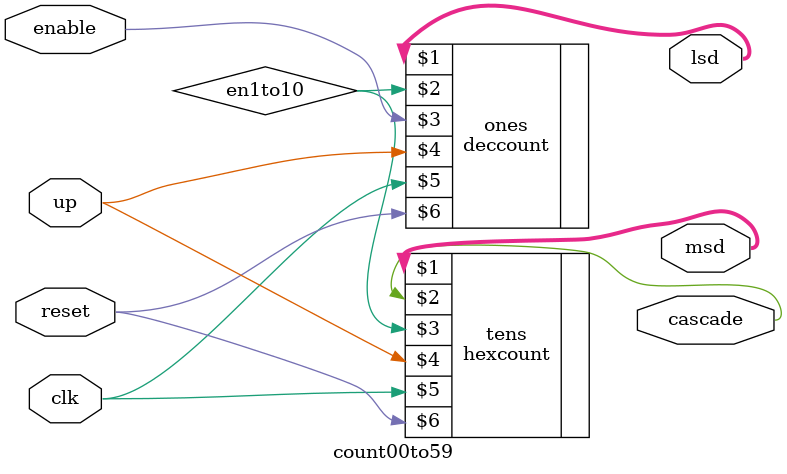
<source format=v>

module count00to59(msd,lsd,cascade, up, enable,clk,reset);
    output [3:0]    msd, lsd;
    output          cascade;
    input           enable, up, clk, reset;

    wire            en1to10;

    deccount        ones(lsd,  en1to10,  enable, up, clk, reset);
    hexcount        tens(msd, cascade, en1to10, up, clk, reset);


endmodule

</source>
